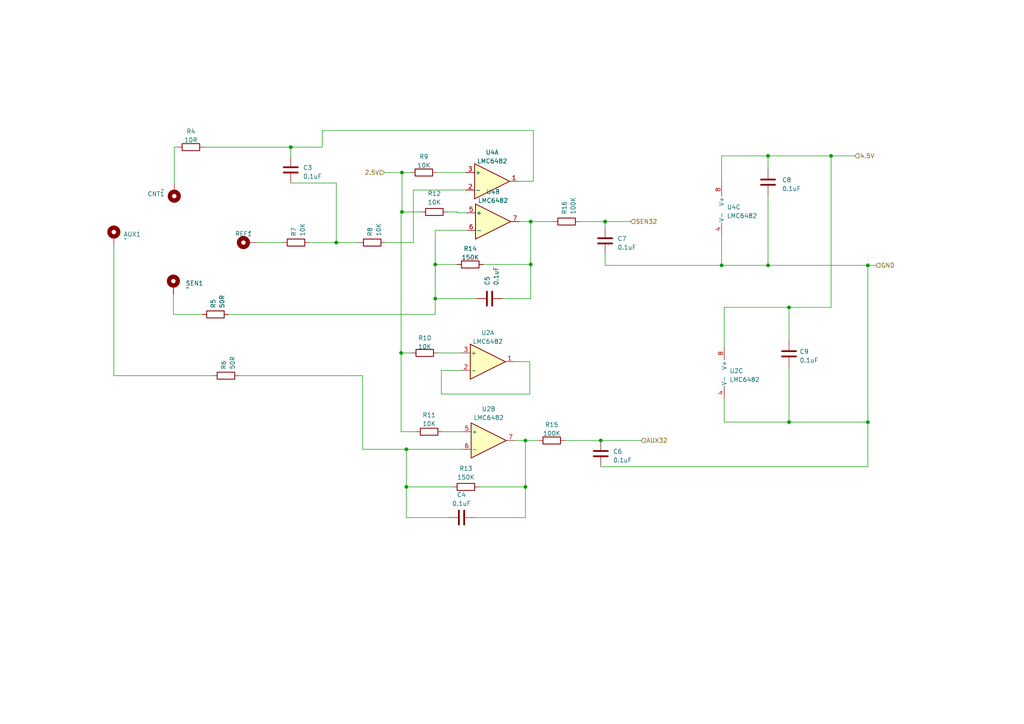
<source format=kicad_sch>
(kicad_sch (version 20230121) (generator eeschema)

  (uuid 9b4eaa4f-5f41-4835-8c67-aa3a71816cb6)

  (paper "A4")

  (lib_symbols
    (symbol "Amplifier_Operational:LMC6482" (pin_names (offset 0.127)) (in_bom yes) (on_board yes)
      (property "Reference" "U" (at 0 5.08 0)
        (effects (font (size 1.27 1.27)) (justify left))
      )
      (property "Value" "LMC6482" (at 0 -5.08 0)
        (effects (font (size 1.27 1.27)) (justify left))
      )
      (property "Footprint" "" (at 0 0 0)
        (effects (font (size 1.27 1.27)) hide)
      )
      (property "Datasheet" "http://www.ti.com/lit/ds/symlink/lmc6482.pdf" (at 0 0 0)
        (effects (font (size 1.27 1.27)) hide)
      )
      (property "ki_locked" "" (at 0 0 0)
        (effects (font (size 1.27 1.27)))
      )
      (property "ki_keywords" "dual opamp" (at 0 0 0)
        (effects (font (size 1.27 1.27)) hide)
      )
      (property "ki_description" "Dual CMOS Rail-to-Rail Input and Output Operational Amplifier, DIP-8/SOIC-8, SSOP-8" (at 0 0 0)
        (effects (font (size 1.27 1.27)) hide)
      )
      (property "ki_fp_filters" "SOIC*3.9x4.9mm*P1.27mm* DIP*W7.62mm* TO*99* OnSemi*Micro8* TSSOP*3x3mm*P0.65mm* TSSOP*4.4x3mm*P0.65mm* MSOP*3x3mm*P0.65mm* SSOP*3.9x4.9mm*P0.635mm* LFCSP*2x2mm*P0.5mm* *SIP* SOIC*5.3x6.2mm*P1.27mm*" (at 0 0 0)
        (effects (font (size 1.27 1.27)) hide)
      )
      (symbol "LMC6482_1_1"
        (polyline
          (pts
            (xy -5.08 5.08)
            (xy 5.08 0)
            (xy -5.08 -5.08)
            (xy -5.08 5.08)
          )
          (stroke (width 0.254) (type default))
          (fill (type background))
        )
        (pin output line (at 7.62 0 180) (length 2.54)
          (name "~" (effects (font (size 1.27 1.27))))
          (number "1" (effects (font (size 1.27 1.27))))
        )
        (pin input line (at -7.62 -2.54 0) (length 2.54)
          (name "-" (effects (font (size 1.27 1.27))))
          (number "2" (effects (font (size 1.27 1.27))))
        )
        (pin input line (at -7.62 2.54 0) (length 2.54)
          (name "+" (effects (font (size 1.27 1.27))))
          (number "3" (effects (font (size 1.27 1.27))))
        )
      )
      (symbol "LMC6482_2_1"
        (polyline
          (pts
            (xy -5.08 5.08)
            (xy 5.08 0)
            (xy -5.08 -5.08)
            (xy -5.08 5.08)
          )
          (stroke (width 0.254) (type default))
          (fill (type background))
        )
        (pin input line (at -7.62 2.54 0) (length 2.54)
          (name "+" (effects (font (size 1.27 1.27))))
          (number "5" (effects (font (size 1.27 1.27))))
        )
        (pin input line (at -7.62 -2.54 0) (length 2.54)
          (name "-" (effects (font (size 1.27 1.27))))
          (number "6" (effects (font (size 1.27 1.27))))
        )
        (pin output line (at 7.62 0 180) (length 2.54)
          (name "~" (effects (font (size 1.27 1.27))))
          (number "7" (effects (font (size 1.27 1.27))))
        )
      )
      (symbol "LMC6482_3_1"
        (pin power_in line (at -2.54 -7.62 90) (length 3.81)
          (name "V-" (effects (font (size 1.27 1.27))))
          (number "4" (effects (font (size 1.27 1.27))))
        )
        (pin power_in line (at -2.54 7.62 270) (length 3.81)
          (name "V+" (effects (font (size 1.27 1.27))))
          (number "8" (effects (font (size 1.27 1.27))))
        )
      )
    )
    (symbol "Device:C" (pin_numbers hide) (pin_names (offset 0.254)) (in_bom yes) (on_board yes)
      (property "Reference" "C" (at 0.635 2.54 0)
        (effects (font (size 1.27 1.27)) (justify left))
      )
      (property "Value" "C" (at 0.635 -2.54 0)
        (effects (font (size 1.27 1.27)) (justify left))
      )
      (property "Footprint" "" (at 0.9652 -3.81 0)
        (effects (font (size 1.27 1.27)) hide)
      )
      (property "Datasheet" "~" (at 0 0 0)
        (effects (font (size 1.27 1.27)) hide)
      )
      (property "ki_keywords" "cap capacitor" (at 0 0 0)
        (effects (font (size 1.27 1.27)) hide)
      )
      (property "ki_description" "Unpolarized capacitor" (at 0 0 0)
        (effects (font (size 1.27 1.27)) hide)
      )
      (property "ki_fp_filters" "C_*" (at 0 0 0)
        (effects (font (size 1.27 1.27)) hide)
      )
      (symbol "C_0_1"
        (polyline
          (pts
            (xy -2.032 -0.762)
            (xy 2.032 -0.762)
          )
          (stroke (width 0.508) (type default))
          (fill (type none))
        )
        (polyline
          (pts
            (xy -2.032 0.762)
            (xy 2.032 0.762)
          )
          (stroke (width 0.508) (type default))
          (fill (type none))
        )
      )
      (symbol "C_1_1"
        (pin passive line (at 0 3.81 270) (length 2.794)
          (name "~" (effects (font (size 1.27 1.27))))
          (number "1" (effects (font (size 1.27 1.27))))
        )
        (pin passive line (at 0 -3.81 90) (length 2.794)
          (name "~" (effects (font (size 1.27 1.27))))
          (number "2" (effects (font (size 1.27 1.27))))
        )
      )
    )
    (symbol "Device:R" (pin_numbers hide) (pin_names (offset 0)) (in_bom yes) (on_board yes)
      (property "Reference" "R" (at 2.032 0 90)
        (effects (font (size 1.27 1.27)))
      )
      (property "Value" "R" (at 0 0 90)
        (effects (font (size 1.27 1.27)))
      )
      (property "Footprint" "" (at -1.778 0 90)
        (effects (font (size 1.27 1.27)) hide)
      )
      (property "Datasheet" "~" (at 0 0 0)
        (effects (font (size 1.27 1.27)) hide)
      )
      (property "ki_keywords" "R res resistor" (at 0 0 0)
        (effects (font (size 1.27 1.27)) hide)
      )
      (property "ki_description" "Resistor" (at 0 0 0)
        (effects (font (size 1.27 1.27)) hide)
      )
      (property "ki_fp_filters" "R_*" (at 0 0 0)
        (effects (font (size 1.27 1.27)) hide)
      )
      (symbol "R_0_1"
        (rectangle (start -1.016 -2.54) (end 1.016 2.54)
          (stroke (width 0.254) (type default))
          (fill (type none))
        )
      )
      (symbol "R_1_1"
        (pin passive line (at 0 3.81 270) (length 1.27)
          (name "~" (effects (font (size 1.27 1.27))))
          (number "1" (effects (font (size 1.27 1.27))))
        )
        (pin passive line (at 0 -3.81 90) (length 1.27)
          (name "~" (effects (font (size 1.27 1.27))))
          (number "2" (effects (font (size 1.27 1.27))))
        )
      )
    )
    (symbol "Mechanical:MountingHole_Pad" (pin_numbers hide) (pin_names (offset 1.016) hide) (in_bom yes) (on_board yes)
      (property "Reference" "H" (at 0 6.35 0)
        (effects (font (size 1.27 1.27)))
      )
      (property "Value" "MountingHole_Pad" (at 0 4.445 0)
        (effects (font (size 1.27 1.27)))
      )
      (property "Footprint" "" (at 0 0 0)
        (effects (font (size 1.27 1.27)) hide)
      )
      (property "Datasheet" "~" (at 0 0 0)
        (effects (font (size 1.27 1.27)) hide)
      )
      (property "ki_keywords" "mounting hole" (at 0 0 0)
        (effects (font (size 1.27 1.27)) hide)
      )
      (property "ki_description" "Mounting Hole with connection" (at 0 0 0)
        (effects (font (size 1.27 1.27)) hide)
      )
      (property "ki_fp_filters" "MountingHole*Pad*" (at 0 0 0)
        (effects (font (size 1.27 1.27)) hide)
      )
      (symbol "MountingHole_Pad_0_1"
        (circle (center 0 1.27) (radius 1.27)
          (stroke (width 1.27) (type default))
          (fill (type none))
        )
      )
      (symbol "MountingHole_Pad_1_1"
        (pin input line (at 0 -2.54 90) (length 2.54)
          (name "1" (effects (font (size 1.27 1.27))))
          (number "1" (effects (font (size 1.27 1.27))))
        )
      )
    )
  )

  (junction (at 84.328 42.672) (diameter 0) (color 0 0 0 0)
    (uuid 0683575c-1a31-4369-b12e-a5f20898279f)
  )
  (junction (at 116.332 102.362) (diameter 0) (color 0 0 0 0)
    (uuid 19e18198-dc19-4a5a-a22b-b177dd69e9ea)
  )
  (junction (at 228.854 122.428) (diameter 0) (color 0 0 0 0)
    (uuid 27aef76c-7707-47c4-bc58-42cf96818820)
  )
  (junction (at 228.854 89.154) (diameter 0) (color 0 0 0 0)
    (uuid 2dabf3b6-8f98-410a-9c4f-ad401e875c06)
  )
  (junction (at 251.714 122.428) (diameter 0) (color 0 0 0 0)
    (uuid 3760b9d7-9630-4d5f-9a2a-4f1480b2985a)
  )
  (junction (at 126.238 86.614) (diameter 0) (color 0 0 0 0)
    (uuid 451fcebd-1523-43b6-a74e-187db3a1774c)
  )
  (junction (at 209.296 76.962) (diameter 0) (color 0 0 0 0)
    (uuid 4b89b889-a579-4576-b949-21461099880c)
  )
  (junction (at 222.758 76.962) (diameter 0) (color 0 0 0 0)
    (uuid 4df5d19d-8aaf-4618-baa1-f82f515a1c6a)
  )
  (junction (at 241.046 45.212) (diameter 0) (color 0 0 0 0)
    (uuid 5ff22374-f062-47d4-8918-9de1316c36b2)
  )
  (junction (at 175.514 64.262) (diameter 0) (color 0 0 0 0)
    (uuid 6367e6be-2132-461b-a706-8fee76d15d68)
  )
  (junction (at 117.856 130.302) (diameter 0) (color 0 0 0 0)
    (uuid 68b47de0-ec4e-481a-9a2c-ea7f923eaba1)
  )
  (junction (at 153.924 76.708) (diameter 0) (color 0 0 0 0)
    (uuid 8a9ff40b-c1a9-4a7d-84fd-21e057525909)
  )
  (junction (at 97.536 70.358) (diameter 0) (color 0 0 0 0)
    (uuid 9ce2df7c-e74f-4165-9b70-0004dbeabd58)
  )
  (junction (at 153.924 64.262) (diameter 0) (color 0 0 0 0)
    (uuid a6c38117-edce-4b0d-a814-bbf35798fe51)
  )
  (junction (at 152.4 141.224) (diameter 0) (color 0 0 0 0)
    (uuid b6a3169d-4608-40f0-9576-780c01e5875d)
  )
  (junction (at 126.238 76.708) (diameter 0) (color 0 0 0 0)
    (uuid c85fa075-c800-4810-a176-ac2d44915c8a)
  )
  (junction (at 117.856 141.224) (diameter 0) (color 0 0 0 0)
    (uuid d05a16f1-05b5-4dfa-9829-04200dc25260)
  )
  (junction (at 174.244 127.762) (diameter 0) (color 0 0 0 0)
    (uuid d6c7d5e4-067c-43a5-8cec-54de699f981e)
  )
  (junction (at 116.586 50.038) (diameter 0) (color 0 0 0 0)
    (uuid e17583a7-3e02-486c-b8c6-34b5f959b8fe)
  )
  (junction (at 251.714 76.962) (diameter 0) (color 0 0 0 0)
    (uuid e30405ee-3554-4801-990a-b8720047ad1c)
  )
  (junction (at 116.586 61.468) (diameter 0) (color 0 0 0 0)
    (uuid eae791ef-41c7-46a6-b297-61300ea90b6c)
  )
  (junction (at 152.4 127.762) (diameter 0) (color 0 0 0 0)
    (uuid ef4208f8-7a03-450e-bba4-18dabef16685)
  )
  (junction (at 222.758 45.212) (diameter 0) (color 0 0 0 0)
    (uuid f3bf7685-fc1f-4dc6-b810-c9b55ffd9889)
  )

  (wire (pts (xy 154.686 37.846) (xy 93.472 37.846))
    (stroke (width 0) (type default))
    (uuid 009df3f0-daa8-4250-85ce-588b740755a3)
  )
  (wire (pts (xy 126.238 86.614) (xy 138.176 86.614))
    (stroke (width 0) (type default))
    (uuid 01276a6b-2c41-438a-9f74-965612337635)
  )
  (wire (pts (xy 228.854 89.154) (xy 241.046 89.154))
    (stroke (width 0) (type default))
    (uuid 04bfe75f-901a-43b0-9b0e-a90338783f3c)
  )
  (wire (pts (xy 251.714 76.962) (xy 254 76.962))
    (stroke (width 0) (type default))
    (uuid 0af2eefe-f84a-4e4c-a46d-358c5d3c2d76)
  )
  (wire (pts (xy 84.328 42.672) (xy 84.328 45.466))
    (stroke (width 0) (type default))
    (uuid 0c14a5dd-8f50-4590-b659-fb2640bcbd4d)
  )
  (wire (pts (xy 163.83 127.762) (xy 174.244 127.762))
    (stroke (width 0) (type default))
    (uuid 1213c21b-968a-4f75-ab1f-7d406123c5bb)
  )
  (wire (pts (xy 50.292 91.186) (xy 58.674 91.186))
    (stroke (width 0) (type default))
    (uuid 1418c7cb-b1b9-4b95-ac7b-e7c016fca018)
  )
  (wire (pts (xy 132.588 61.722) (xy 135.382 61.722))
    (stroke (width 0) (type default))
    (uuid 1596e5b1-bfcf-407f-aaff-aa8caa78a605)
  )
  (wire (pts (xy 59.182 42.672) (xy 84.328 42.672))
    (stroke (width 0) (type default))
    (uuid 16796817-c976-44d3-8ea4-589be4451f32)
  )
  (wire (pts (xy 222.758 45.212) (xy 222.758 49.022))
    (stroke (width 0) (type default))
    (uuid 1c2c6101-3bde-41c3-a863-6ab2766ac7f0)
  )
  (wire (pts (xy 132.588 61.468) (xy 132.588 61.722))
    (stroke (width 0) (type default))
    (uuid 1de3ce92-547c-4ad7-b929-ed73d890c69b)
  )
  (wire (pts (xy 222.758 45.212) (xy 209.296 45.212))
    (stroke (width 0) (type default))
    (uuid 2124fe8b-0564-43da-b6bd-ebed92c664cd)
  )
  (wire (pts (xy 117.856 150.114) (xy 117.856 141.224))
    (stroke (width 0) (type default))
    (uuid 2309dbfb-dfb4-4122-9205-0b048bb31f0f)
  )
  (wire (pts (xy 116.586 61.468) (xy 116.586 50.038))
    (stroke (width 0) (type default))
    (uuid 30564872-d440-4633-89bd-9b3c0db4e061)
  )
  (wire (pts (xy 210.058 89.154) (xy 228.854 89.154))
    (stroke (width 0) (type default))
    (uuid 3320e5d4-6d93-4f91-8111-1a9d8ec26cd5)
  )
  (wire (pts (xy 145.796 86.614) (xy 153.924 86.614))
    (stroke (width 0) (type default))
    (uuid 33383bd3-60b1-4b5e-bdea-9ede6a94fd17)
  )
  (wire (pts (xy 50.292 85.344) (xy 50.292 91.186))
    (stroke (width 0) (type default))
    (uuid 34640679-2081-469c-bfee-78ac38500a68)
  )
  (wire (pts (xy 185.928 127.762) (xy 174.244 127.762))
    (stroke (width 0) (type default))
    (uuid 3477e3bc-d4a5-4277-96a9-62f1d558cfee)
  )
  (wire (pts (xy 97.536 70.358) (xy 104.14 70.358))
    (stroke (width 0) (type default))
    (uuid 3a231bd2-3cbf-47b3-b0ab-05bbe599e761)
  )
  (wire (pts (xy 153.924 64.262) (xy 153.924 76.708))
    (stroke (width 0) (type default))
    (uuid 3c342d6e-0ebd-4540-95a6-65a1b0dfb4f1)
  )
  (wire (pts (xy 152.4 141.224) (xy 152.4 127.762))
    (stroke (width 0) (type default))
    (uuid 3c48e6a2-102c-4702-85bc-8c2f16164299)
  )
  (wire (pts (xy 228.854 98.806) (xy 228.854 89.154))
    (stroke (width 0) (type default))
    (uuid 3e39dd12-7039-40a5-a058-322c28db3679)
  )
  (wire (pts (xy 89.662 70.358) (xy 97.536 70.358))
    (stroke (width 0) (type default))
    (uuid 47b5ef3b-2643-45b0-93c7-70e09791072d)
  )
  (wire (pts (xy 119.38 102.362) (xy 116.332 102.362))
    (stroke (width 0) (type default))
    (uuid 48438896-905f-498a-b267-4eb55382b4f4)
  )
  (wire (pts (xy 135.128 55.118) (xy 119.888 55.118))
    (stroke (width 0) (type default))
    (uuid 4e6dc47f-7727-440f-93ed-1a2dead02d7d)
  )
  (wire (pts (xy 174.244 135.382) (xy 251.714 135.382))
    (stroke (width 0) (type default))
    (uuid 4ec3317d-6253-462a-a18b-e21e674c6bf7)
  )
  (wire (pts (xy 251.714 135.382) (xy 251.714 122.428))
    (stroke (width 0) (type default))
    (uuid 4f0cf670-6321-4aa6-b653-00da44a60277)
  )
  (wire (pts (xy 150.368 52.578) (xy 154.686 52.578))
    (stroke (width 0) (type default))
    (uuid 50f2cca1-80d7-4082-9fc3-f590dd7cd57e)
  )
  (wire (pts (xy 153.924 64.262) (xy 150.622 64.262))
    (stroke (width 0) (type default))
    (uuid 522206e1-a137-4ed8-b2e5-68f0d3a932f3)
  )
  (wire (pts (xy 210.058 100.584) (xy 210.058 89.154))
    (stroke (width 0) (type default))
    (uuid 551bf105-3c26-445b-9408-9a9713550ca4)
  )
  (wire (pts (xy 152.4 127.762) (xy 156.21 127.762))
    (stroke (width 0) (type default))
    (uuid 556d8db0-33cd-462d-8bc6-e866fb63994b)
  )
  (wire (pts (xy 126.746 50.038) (xy 135.128 50.038))
    (stroke (width 0) (type default))
    (uuid 564f35fa-08d8-4523-9bce-aca1a3504894)
  )
  (wire (pts (xy 175.514 76.962) (xy 209.296 76.962))
    (stroke (width 0) (type default))
    (uuid 569e9a8b-e658-40fd-8fe2-f16aa9c8756f)
  )
  (wire (pts (xy 132.588 76.708) (xy 126.238 76.708))
    (stroke (width 0) (type default))
    (uuid 5973a089-6dda-40ff-a0d6-e7316a564112)
  )
  (wire (pts (xy 241.046 45.212) (xy 241.046 89.154))
    (stroke (width 0) (type default))
    (uuid 59d0faf1-4529-48a2-a14d-33fa7a812066)
  )
  (wire (pts (xy 122.174 61.468) (xy 116.586 61.468))
    (stroke (width 0) (type default))
    (uuid 5a9307f0-5d4d-4f67-902e-f0961f65a4d2)
  )
  (wire (pts (xy 33.02 108.966) (xy 61.722 108.966))
    (stroke (width 0) (type default))
    (uuid 5aa460e9-bc27-499e-9c9e-f2183ba194af)
  )
  (wire (pts (xy 128.016 114.3) (xy 128.016 107.442))
    (stroke (width 0) (type default))
    (uuid 5d9ddeab-34db-4da7-af88-e2c063b4c7ec)
  )
  (wire (pts (xy 140.208 76.708) (xy 153.924 76.708))
    (stroke (width 0) (type default))
    (uuid 5f88f828-f037-4e3f-a84b-f400605021bf)
  )
  (wire (pts (xy 117.856 130.302) (xy 134.112 130.302))
    (stroke (width 0) (type default))
    (uuid 65929abc-8fc1-4135-b22b-5fa18e90dfc3)
  )
  (wire (pts (xy 120.65 125.222) (xy 116.332 125.222))
    (stroke (width 0) (type default))
    (uuid 671eb8ac-7744-441b-aa75-d125431794c6)
  )
  (wire (pts (xy 210.058 122.428) (xy 228.854 122.428))
    (stroke (width 0) (type default))
    (uuid 67a216e1-a37a-40f0-a3ec-4976a899be9d)
  )
  (wire (pts (xy 131.318 141.224) (xy 117.856 141.224))
    (stroke (width 0) (type default))
    (uuid 690ca8ae-76da-4d24-b125-080f92bc5363)
  )
  (wire (pts (xy 69.342 108.966) (xy 105.156 108.966))
    (stroke (width 0) (type default))
    (uuid 6c293d6c-9110-4375-8d92-c2d231a0ed8e)
  )
  (wire (pts (xy 209.296 45.212) (xy 209.296 53.086))
    (stroke (width 0) (type default))
    (uuid 6e008293-a9dd-455a-9147-f30b12b12de6)
  )
  (wire (pts (xy 128.27 125.222) (xy 134.112 125.222))
    (stroke (width 0) (type default))
    (uuid 6e87f4be-def5-48f1-bc5f-cdd3d260f48d)
  )
  (wire (pts (xy 160.528 64.262) (xy 153.924 64.262))
    (stroke (width 0) (type default))
    (uuid 6ee119f0-8cc1-4ff4-8669-08a0bfa72f86)
  )
  (wire (pts (xy 117.856 141.224) (xy 117.856 130.302))
    (stroke (width 0) (type default))
    (uuid 6f5d83b7-60f1-49ec-95f9-095b2f3aa4fe)
  )
  (wire (pts (xy 138.938 141.224) (xy 152.4 141.224))
    (stroke (width 0) (type default))
    (uuid 7362c136-1f41-4923-bd66-772c3c0a9185)
  )
  (wire (pts (xy 50.546 42.672) (xy 51.562 42.672))
    (stroke (width 0) (type default))
    (uuid 7553bffa-7d93-40d4-a250-9427eb598774)
  )
  (wire (pts (xy 247.904 45.212) (xy 241.046 45.212))
    (stroke (width 0) (type default))
    (uuid 774874cc-f9e1-42b8-a9c6-114f0fd6cbe6)
  )
  (wire (pts (xy 119.888 70.358) (xy 111.76 70.358))
    (stroke (width 0) (type default))
    (uuid 788388ac-60b9-4ed0-a539-6d9f4d8c4b5a)
  )
  (wire (pts (xy 97.536 53.086) (xy 97.536 70.358))
    (stroke (width 0) (type default))
    (uuid 790449a7-a078-45f6-97dc-a609ccc2082d)
  )
  (wire (pts (xy 126.238 66.802) (xy 126.238 76.708))
    (stroke (width 0) (type default))
    (uuid 88afd606-8ca3-4095-998c-592737c5d797)
  )
  (wire (pts (xy 50.546 42.672) (xy 50.546 53.086))
    (stroke (width 0) (type default))
    (uuid 8f01bf71-2eef-480f-a186-68f64105ea7f)
  )
  (wire (pts (xy 126.238 76.708) (xy 126.238 86.614))
    (stroke (width 0) (type default))
    (uuid 91467b3d-5e78-4c56-a44a-191783dc0a29)
  )
  (wire (pts (xy 209.296 76.962) (xy 209.296 68.326))
    (stroke (width 0) (type default))
    (uuid 9178d3dd-4cf0-4ba7-9827-1a656dc83844)
  )
  (wire (pts (xy 128.016 107.442) (xy 133.858 107.442))
    (stroke (width 0) (type default))
    (uuid 93710156-2edb-458b-9f05-4e582ae1e9ab)
  )
  (wire (pts (xy 153.67 104.902) (xy 153.67 114.3))
    (stroke (width 0) (type default))
    (uuid 9436feeb-f84b-4190-b024-cadee5f67e5d)
  )
  (wire (pts (xy 175.514 73.66) (xy 175.514 76.962))
    (stroke (width 0) (type default))
    (uuid 94663120-3e3f-4622-9fe9-b09a9c6b2656)
  )
  (wire (pts (xy 154.686 52.578) (xy 154.686 37.846))
    (stroke (width 0) (type default))
    (uuid 97bd5a19-a424-498a-8336-2ecb63b066f8)
  )
  (wire (pts (xy 130.048 150.114) (xy 117.856 150.114))
    (stroke (width 0) (type default))
    (uuid 98d87120-c378-476e-8075-2746ccb9df47)
  )
  (wire (pts (xy 210.058 115.824) (xy 210.058 122.428))
    (stroke (width 0) (type default))
    (uuid 9c9f4466-73ea-44ef-80bb-7a11f45a32c6)
  )
  (wire (pts (xy 228.854 106.426) (xy 228.854 122.428))
    (stroke (width 0) (type default))
    (uuid a0d787c9-b4b8-4440-9d9e-98557bb1526f)
  )
  (wire (pts (xy 152.4 150.114) (xy 152.4 141.224))
    (stroke (width 0) (type default))
    (uuid a14e9b4f-becf-4f1b-ae85-f5a012631cd4)
  )
  (wire (pts (xy 116.332 125.222) (xy 116.332 102.362))
    (stroke (width 0) (type default))
    (uuid a387712a-877b-4053-ba98-195f4162577a)
  )
  (wire (pts (xy 105.156 130.302) (xy 117.856 130.302))
    (stroke (width 0) (type default))
    (uuid a9c8d428-599e-41a8-b3b3-69bbba31503c)
  )
  (wire (pts (xy 33.02 71.12) (xy 33.02 108.966))
    (stroke (width 0) (type default))
    (uuid ad142134-29ca-416c-b84c-86208be524f0)
  )
  (wire (pts (xy 105.156 108.966) (xy 105.156 130.302))
    (stroke (width 0) (type default))
    (uuid af2b9df7-2114-47f5-a076-8079e4aa23d9)
  )
  (wire (pts (xy 153.924 86.614) (xy 153.924 76.708))
    (stroke (width 0) (type default))
    (uuid af5a5ea8-023f-4703-825e-cae506dcf3c3)
  )
  (wire (pts (xy 126.238 66.802) (xy 135.382 66.802))
    (stroke (width 0) (type default))
    (uuid af7e33e1-64ba-442d-b24f-4aaf2bb2af79)
  )
  (wire (pts (xy 74.422 70.358) (xy 82.042 70.358))
    (stroke (width 0) (type default))
    (uuid b21d55bd-83dd-488e-906d-b5cf1044204b)
  )
  (wire (pts (xy 127 102.362) (xy 133.858 102.362))
    (stroke (width 0) (type default))
    (uuid b2b20d94-70f0-4424-86ea-88116be4f761)
  )
  (wire (pts (xy 209.296 76.962) (xy 222.758 76.962))
    (stroke (width 0) (type default))
    (uuid b34e07cc-a8e2-457d-b31a-aef38d511605)
  )
  (wire (pts (xy 126.238 86.614) (xy 126.238 91.186))
    (stroke (width 0) (type default))
    (uuid b5105e58-ae6a-4a71-be6c-27bc6db489c9)
  )
  (wire (pts (xy 149.098 104.902) (xy 153.67 104.902))
    (stroke (width 0) (type default))
    (uuid b560747d-7229-4d25-93aa-6e53b05ae446)
  )
  (wire (pts (xy 93.472 42.672) (xy 84.328 42.672))
    (stroke (width 0) (type default))
    (uuid ba30ec3e-591e-4738-8eab-c92ae3d6ee37)
  )
  (wire (pts (xy 153.67 114.3) (xy 128.016 114.3))
    (stroke (width 0) (type default))
    (uuid c2a10056-3b5b-46d8-8610-756aab34aa6a)
  )
  (wire (pts (xy 222.758 76.962) (xy 251.714 76.962))
    (stroke (width 0) (type default))
    (uuid c2d607d7-1ecb-4038-8984-2545ada847ff)
  )
  (wire (pts (xy 228.854 122.428) (xy 251.714 122.428))
    (stroke (width 0) (type default))
    (uuid c2eeaae6-19dd-4b7b-b138-74e23ac7d951)
  )
  (wire (pts (xy 116.332 61.468) (xy 116.586 61.468))
    (stroke (width 0) (type default))
    (uuid c60cc9a7-ae8f-4ccb-b54a-28e529ccb94c)
  )
  (wire (pts (xy 116.586 50.038) (xy 119.126 50.038))
    (stroke (width 0) (type default))
    (uuid c9f41214-b9e2-4f3a-b2aa-8e3a4b110295)
  )
  (wire (pts (xy 93.472 37.846) (xy 93.472 42.672))
    (stroke (width 0) (type default))
    (uuid cbdadd69-9a6c-4780-bfcc-b138ceeb9294)
  )
  (wire (pts (xy 116.332 61.468) (xy 116.332 102.362))
    (stroke (width 0) (type default))
    (uuid cc9dda36-a44f-4b03-aea6-e8aa1464922a)
  )
  (wire (pts (xy 129.794 61.468) (xy 132.588 61.468))
    (stroke (width 0) (type default))
    (uuid ce2d052e-1118-44c2-8322-82c2cbf04859)
  )
  (wire (pts (xy 111.506 50.038) (xy 116.586 50.038))
    (stroke (width 0) (type default))
    (uuid d966ae67-4e51-4119-a16f-80e6d965c710)
  )
  (wire (pts (xy 119.888 55.118) (xy 119.888 70.358))
    (stroke (width 0) (type default))
    (uuid e3bdc5ff-9c5c-4eba-a4f2-8be64b700ddc)
  )
  (wire (pts (xy 149.352 127.762) (xy 152.4 127.762))
    (stroke (width 0) (type default))
    (uuid e7124798-4063-49d2-ada6-2cf74e626de3)
  )
  (wire (pts (xy 175.514 64.262) (xy 175.514 66.04))
    (stroke (width 0) (type default))
    (uuid e8d0fa09-7468-428a-b137-3f5dbcfdcbce)
  )
  (wire (pts (xy 84.328 53.086) (xy 97.536 53.086))
    (stroke (width 0) (type default))
    (uuid ea30424d-d276-4eeb-95bb-05d7679cead7)
  )
  (wire (pts (xy 66.294 91.186) (xy 126.238 91.186))
    (stroke (width 0) (type default))
    (uuid ee9db922-e857-4ed9-a793-4af981da6613)
  )
  (wire (pts (xy 222.758 56.642) (xy 222.758 76.962))
    (stroke (width 0) (type default))
    (uuid ef82afb3-801c-47ca-bb3a-f39b8eb1a251)
  )
  (wire (pts (xy 182.88 64.262) (xy 175.514 64.262))
    (stroke (width 0) (type default))
    (uuid f1cb666a-9c8b-463d-b89b-14d7b014cd42)
  )
  (wire (pts (xy 251.714 122.428) (xy 251.714 76.962))
    (stroke (width 0) (type default))
    (uuid f4084997-7f34-42f4-aae6-1624b1bff28f)
  )
  (wire (pts (xy 241.046 45.212) (xy 222.758 45.212))
    (stroke (width 0) (type default))
    (uuid f48cb476-021a-4880-9d78-4d3e825fb050)
  )
  (wire (pts (xy 168.148 64.262) (xy 175.514 64.262))
    (stroke (width 0) (type default))
    (uuid f6db1782-0729-4d6e-9dfa-fa1e12d962e6)
  )
  (wire (pts (xy 137.668 150.114) (xy 152.4 150.114))
    (stroke (width 0) (type default))
    (uuid fce7fb9d-ee3d-4afa-a558-afdcdb32d00f)
  )

  (hierarchical_label "2.5V" (shape input) (at 111.506 50.038 180) (fields_autoplaced)
    (effects (font (size 1.27 1.27)) (justify right))
    (uuid 3b15ab49-999e-4360-93b6-12a8d2e26b9d)
  )
  (hierarchical_label "AUX32" (shape input) (at 185.928 127.762 0) (fields_autoplaced)
    (effects (font (size 1.27 1.27)) (justify left))
    (uuid 3c7c42bc-1621-4627-981c-ac048779b817)
  )
  (hierarchical_label "GND" (shape input) (at 254 76.962 0) (fields_autoplaced)
    (effects (font (size 1.27 1.27)) (justify left))
    (uuid 45b3c815-424b-4abc-a857-5f7b84817294)
  )
  (hierarchical_label "4.5V" (shape input) (at 247.904 45.212 0) (fields_autoplaced)
    (effects (font (size 1.27 1.27)) (justify left))
    (uuid c04bb2b8-bfb1-4068-a280-fd464bc32639)
  )
  (hierarchical_label "SEN32" (shape input) (at 182.88 64.262 0) (fields_autoplaced)
    (effects (font (size 1.27 1.27)) (justify left))
    (uuid d2357dbc-d002-43dc-bb26-e2f08cb5af9a)
  )

  (symbol (lib_id "Device:R") (at 62.484 91.186 90) (unit 1)
    (in_bom yes) (on_board yes) (dnp no)
    (uuid 0f44a8b7-e5fe-4463-8404-1ac5ef1b1ce1)
    (property "Reference" "R5" (at 61.849 89.408 0)
      (effects (font (size 1.27 1.27)) (justify left))
    )
    (property "Value" "50R" (at 64.389 89.408 0)
      (effects (font (size 1.27 1.27)) (justify left))
    )
    (property "Footprint" "Resistor_SMD:R_0402_1005Metric" (at 62.484 92.964 90)
      (effects (font (size 1.27 1.27)) hide)
    )
    (property "Datasheet" "~" (at 62.484 91.186 0)
      (effects (font (size 1.27 1.27)) hide)
    )
    (pin "1" (uuid ed399098-37d9-41e1-a6b8-9957424f2898))
    (pin "2" (uuid d4c6a32d-5ab4-40c3-ba08-d9c3415c3f15))
    (instances
      (project "Air quality project"
        (path "/67b6672b-0c15-41a5-a844-17aa721018b8/e2c83066-cae4-4a4f-a05c-59cf4d457446"
          (reference "R5") (unit 1)
        )
        (path "/67b6672b-0c15-41a5-a844-17aa721018b8/be65ffb6-5f15-4847-ab99-a8924076e9fe"
          (reference "R24") (unit 1)
        )
        (path "/67b6672b-0c15-41a5-a844-17aa721018b8/b4bf3931-12c0-4670-a6bf-5df5ef692000"
          (reference "R382") (unit 1)
        )
      )
    )
  )

  (symbol (lib_id "Mechanical:MountingHole_Pad") (at 50.546 55.626 180) (unit 1)
    (in_bom yes) (on_board yes) (dnp no)
    (uuid 0feaa50c-23de-43bd-92b2-a8630b358267)
    (property "Reference" "CNT1" (at 47.752 56.261 0)
      (effects (font (size 1.27 1.27)) (justify left))
    )
    (property "Value" "~" (at 47.752 54.991 0)
      (effects (font (size 1.27 1.27)) (justify left))
    )
    (property "Footprint" "MountingHole:MountingHole_2.7mm_Pad" (at 50.546 55.626 0)
      (effects (font (size 1.27 1.27)) hide)
    )
    (property "Datasheet" "~" (at 50.546 55.626 0)
      (effects (font (size 1.27 1.27)) hide)
    )
    (pin "1" (uuid df990624-7d08-44a9-84d5-cb5307d2e878))
    (instances
      (project "Air quality project"
        (path "/67b6672b-0c15-41a5-a844-17aa721018b8/e2c83066-cae4-4a4f-a05c-59cf4d457446"
          (reference "CNT1") (unit 1)
        )
        (path "/67b6672b-0c15-41a5-a844-17aa721018b8/be65ffb6-5f15-4847-ab99-a8924076e9fe"
          (reference "CNT2") (unit 1)
        )
        (path "/67b6672b-0c15-41a5-a844-17aa721018b8/b4bf3931-12c0-4670-a6bf-5df5ef692000"
          (reference "CNT32") (unit 1)
        )
      )
    )
  )

  (symbol (lib_id "Device:R") (at 123.19 102.362 90) (unit 1)
    (in_bom yes) (on_board yes) (dnp no) (fields_autoplaced)
    (uuid 127d7e33-dcb8-4624-b3f5-65c04320f7ce)
    (property "Reference" "R10" (at 123.19 98.044 90)
      (effects (font (size 1.27 1.27)))
    )
    (property "Value" "10K" (at 123.19 100.584 90)
      (effects (font (size 1.27 1.27)))
    )
    (property "Footprint" "Resistor_SMD:R_0402_1005Metric" (at 123.19 104.14 90)
      (effects (font (size 1.27 1.27)) hide)
    )
    (property "Datasheet" "~" (at 123.19 102.362 0)
      (effects (font (size 1.27 1.27)) hide)
    )
    (pin "1" (uuid acb72005-6644-4704-840b-aaa6dcb8040a))
    (pin "2" (uuid 8947cfd3-0d86-4dca-9a0c-911e0befd81f))
    (instances
      (project "Air quality project"
        (path "/67b6672b-0c15-41a5-a844-17aa721018b8/e2c83066-cae4-4a4f-a05c-59cf4d457446"
          (reference "R10") (unit 1)
        )
        (path "/67b6672b-0c15-41a5-a844-17aa721018b8/be65ffb6-5f15-4847-ab99-a8924076e9fe"
          (reference "R49") (unit 1)
        )
        (path "/67b6672b-0c15-41a5-a844-17aa721018b8/b4bf3931-12c0-4670-a6bf-5df5ef692000"
          (reference "R400") (unit 1)
        )
      )
    )
  )

  (symbol (lib_id "Device:C") (at 222.758 52.832 0) (unit 1)
    (in_bom yes) (on_board yes) (dnp no) (fields_autoplaced)
    (uuid 155bb7f0-5b91-4cdf-9b03-9d6cd1bb7ff1)
    (property "Reference" "C8" (at 226.822 52.197 0)
      (effects (font (size 1.27 1.27)) (justify left))
    )
    (property "Value" "0.1uF" (at 226.822 54.737 0)
      (effects (font (size 1.27 1.27)) (justify left))
    )
    (property "Footprint" "Capacitor_SMD:C_0402_1005Metric" (at 223.7232 56.642 0)
      (effects (font (size 1.27 1.27)) hide)
    )
    (property "Datasheet" "~" (at 222.758 52.832 0)
      (effects (font (size 1.27 1.27)) hide)
    )
    (pin "1" (uuid 409db8c1-42bb-41ee-b157-7ba3aeaaa709))
    (pin "2" (uuid 090d4338-b901-45ba-9772-55953344c108))
    (instances
      (project "Air quality project"
        (path "/67b6672b-0c15-41a5-a844-17aa721018b8/e2c83066-cae4-4a4f-a05c-59cf4d457446"
          (reference "C8") (unit 1)
        )
        (path "/67b6672b-0c15-41a5-a844-17aa721018b8/be65ffb6-5f15-4847-ab99-a8924076e9fe"
          (reference "C38") (unit 1)
        )
        (path "/67b6672b-0c15-41a5-a844-17aa721018b8/b4bf3931-12c0-4670-a6bf-5df5ef692000"
          (reference "C218") (unit 1)
        )
      )
    )
  )

  (symbol (lib_id "Device:C") (at 84.328 49.276 0) (unit 1)
    (in_bom yes) (on_board yes) (dnp no) (fields_autoplaced)
    (uuid 21e983d2-0bb6-4f32-b869-e993711b9801)
    (property "Reference" "C3" (at 87.884 48.641 0)
      (effects (font (size 1.27 1.27)) (justify left))
    )
    (property "Value" "0.1uF" (at 87.884 51.181 0)
      (effects (font (size 1.27 1.27)) (justify left))
    )
    (property "Footprint" "Capacitor_SMD:C_0402_1005Metric" (at 85.2932 53.086 0)
      (effects (font (size 1.27 1.27)) hide)
    )
    (property "Datasheet" "~" (at 84.328 49.276 0)
      (effects (font (size 1.27 1.27)) hide)
    )
    (pin "1" (uuid 439c426f-7fbb-406b-bed1-359cb4479908))
    (pin "2" (uuid 4354badb-465a-41f4-91fe-abad5934e76b))
    (instances
      (project "Air quality project"
        (path "/67b6672b-0c15-41a5-a844-17aa721018b8/e2c83066-cae4-4a4f-a05c-59cf4d457446"
          (reference "C3") (unit 1)
        )
        (path "/67b6672b-0c15-41a5-a844-17aa721018b8/be65ffb6-5f15-4847-ab99-a8924076e9fe"
          (reference "C13") (unit 1)
        )
        (path "/67b6672b-0c15-41a5-a844-17aa721018b8/b4bf3931-12c0-4670-a6bf-5df5ef692000"
          (reference "C206") (unit 1)
        )
      )
    )
  )

  (symbol (lib_id "Device:R") (at 135.128 141.224 90) (unit 1)
    (in_bom yes) (on_board yes) (dnp no) (fields_autoplaced)
    (uuid 28b00eab-7d36-40e7-ab8f-98d561c7c1e7)
    (property "Reference" "R13" (at 135.128 135.89 90)
      (effects (font (size 1.27 1.27)))
    )
    (property "Value" "150K" (at 135.128 138.43 90)
      (effects (font (size 1.27 1.27)))
    )
    (property "Footprint" "Resistor_SMD:R_0402_1005Metric" (at 135.128 143.002 90)
      (effects (font (size 1.27 1.27)) hide)
    )
    (property "Datasheet" "~" (at 135.128 141.224 0)
      (effects (font (size 1.27 1.27)) hide)
    )
    (pin "1" (uuid 3021d2bd-9e17-4613-a608-43107a1cfe09))
    (pin "2" (uuid 777eef36-28ab-4f7f-a519-eef843b35f93))
    (instances
      (project "Air quality project"
        (path "/67b6672b-0c15-41a5-a844-17aa721018b8/e2c83066-cae4-4a4f-a05c-59cf4d457446"
          (reference "R13") (unit 1)
        )
        (path "/67b6672b-0c15-41a5-a844-17aa721018b8/be65ffb6-5f15-4847-ab99-a8924076e9fe"
          (reference "R64") (unit 1)
        )
        (path "/67b6672b-0c15-41a5-a844-17aa721018b8/b4bf3931-12c0-4670-a6bf-5df5ef692000"
          (reference "R403") (unit 1)
        )
      )
    )
  )

  (symbol (lib_id "Amplifier_Operational:LMC6482") (at 141.478 104.902 0) (unit 1)
    (in_bom yes) (on_board yes) (dnp no)
    (uuid 2a53d3af-c632-48e3-96a3-a66a3a0c42a5)
    (property "Reference" "U2" (at 141.478 96.52 0)
      (effects (font (size 1.27 1.27)))
    )
    (property "Value" "LMC6482" (at 141.478 99.06 0)
      (effects (font (size 1.27 1.27)))
    )
    (property "Footprint" "Package_SO:SOIC-8_3.9x4.9mm_P1.27mm" (at 141.478 104.902 0)
      (effects (font (size 1.27 1.27)) hide)
    )
    (property "Datasheet" "http://www.ti.com/lit/ds/symlink/lmc6482.pdf" (at 141.478 104.902 0)
      (effects (font (size 1.27 1.27)) hide)
    )
    (pin "1" (uuid 8d24d072-ed1b-49c0-bf21-cd4f04942bb5))
    (pin "2" (uuid 32c957d9-fdb2-42c0-8b19-98ae1a19bfe2))
    (pin "3" (uuid f04bfbda-0635-45e9-b3cc-309461a06e79))
    (pin "5" (uuid dbf6e14b-09ff-4cc6-88a0-9ada57742af2))
    (pin "6" (uuid a9d3e155-a0a5-48b8-ad01-270b6effe986))
    (pin "7" (uuid 2e38fee3-7d8c-47f0-a6b9-2671227758c9))
    (pin "4" (uuid bdd0d834-8db6-499c-a508-90c2f596f30f))
    (pin "8" (uuid 0ce173b8-05bf-4229-84be-a731b2d379af))
    (instances
      (project "Air quality project"
        (path "/67b6672b-0c15-41a5-a844-17aa721018b8/e2c83066-cae4-4a4f-a05c-59cf4d457446"
          (reference "U2") (unit 1)
        )
        (path "/67b6672b-0c15-41a5-a844-17aa721018b8/be65ffb6-5f15-4847-ab99-a8924076e9fe"
          (reference "U8") (unit 1)
        )
        (path "/67b6672b-0c15-41a5-a844-17aa721018b8/b4bf3931-12c0-4670-a6bf-5df5ef692000"
          (reference "U61") (unit 1)
        )
      )
    )
  )

  (symbol (lib_id "Device:R") (at 124.46 125.222 90) (unit 1)
    (in_bom yes) (on_board yes) (dnp no) (fields_autoplaced)
    (uuid 41c71f10-c87a-4a74-b691-ffd14a098163)
    (property "Reference" "R11" (at 124.46 120.396 90)
      (effects (font (size 1.27 1.27)))
    )
    (property "Value" "10K" (at 124.46 122.936 90)
      (effects (font (size 1.27 1.27)))
    )
    (property "Footprint" "Resistor_SMD:R_0402_1005Metric" (at 124.46 127 90)
      (effects (font (size 1.27 1.27)) hide)
    )
    (property "Datasheet" "~" (at 124.46 125.222 0)
      (effects (font (size 1.27 1.27)) hide)
    )
    (pin "1" (uuid a4ad7e2e-f9f0-4fe4-9a1f-8806a1529b29))
    (pin "2" (uuid d781ee13-01bd-4e67-9023-deb7da8c99db))
    (instances
      (project "Air quality project"
        (path "/67b6672b-0c15-41a5-a844-17aa721018b8/e2c83066-cae4-4a4f-a05c-59cf4d457446"
          (reference "R11") (unit 1)
        )
        (path "/67b6672b-0c15-41a5-a844-17aa721018b8/be65ffb6-5f15-4847-ab99-a8924076e9fe"
          (reference "R54") (unit 1)
        )
        (path "/67b6672b-0c15-41a5-a844-17aa721018b8/b4bf3931-12c0-4670-a6bf-5df5ef692000"
          (reference "R401") (unit 1)
        )
      )
    )
  )

  (symbol (lib_id "Device:C") (at 133.858 150.114 90) (unit 1)
    (in_bom yes) (on_board yes) (dnp no) (fields_autoplaced)
    (uuid 4292477c-e3e9-4cf4-9390-005e4c6bd404)
    (property "Reference" "C4" (at 133.858 143.51 90)
      (effects (font (size 1.27 1.27)))
    )
    (property "Value" "0.1uF" (at 133.858 146.05 90)
      (effects (font (size 1.27 1.27)))
    )
    (property "Footprint" "Capacitor_SMD:C_0402_1005Metric" (at 137.668 149.1488 0)
      (effects (font (size 1.27 1.27)) hide)
    )
    (property "Datasheet" "~" (at 133.858 150.114 0)
      (effects (font (size 1.27 1.27)) hide)
    )
    (pin "1" (uuid 2ab13312-1c68-46d5-bafb-3e7e2eaaa6c5))
    (pin "2" (uuid c1c41193-72d1-409f-930e-ee2c756db7a8))
    (instances
      (project "Air quality project"
        (path "/67b6672b-0c15-41a5-a844-17aa721018b8/e2c83066-cae4-4a4f-a05c-59cf4d457446"
          (reference "C4") (unit 1)
        )
        (path "/67b6672b-0c15-41a5-a844-17aa721018b8/be65ffb6-5f15-4847-ab99-a8924076e9fe"
          (reference "C34") (unit 1)
        )
        (path "/67b6672b-0c15-41a5-a844-17aa721018b8/b4bf3931-12c0-4670-a6bf-5df5ef692000"
          (reference "C207") (unit 1)
        )
      )
    )
  )

  (symbol (lib_id "Device:R") (at 164.338 64.262 90) (unit 1)
    (in_bom yes) (on_board yes) (dnp no)
    (uuid 59e94cbf-b82f-4ad7-a7fc-a5a3a790d310)
    (property "Reference" "R16" (at 163.703 62.23 0)
      (effects (font (size 1.27 1.27)) (justify left))
    )
    (property "Value" "100K" (at 166.243 62.23 0)
      (effects (font (size 1.27 1.27)) (justify left))
    )
    (property "Footprint" "Resistor_SMD:R_0402_1005Metric" (at 164.338 66.04 90)
      (effects (font (size 1.27 1.27)) hide)
    )
    (property "Datasheet" "~" (at 164.338 64.262 0)
      (effects (font (size 1.27 1.27)) hide)
    )
    (pin "1" (uuid c61cc4b1-e87f-4242-a43c-95236cee4d97))
    (pin "2" (uuid 4a6caa3d-d1ac-4d7f-a343-638a354fa8fe))
    (instances
      (project "Air quality project"
        (path "/67b6672b-0c15-41a5-a844-17aa721018b8/e2c83066-cae4-4a4f-a05c-59cf4d457446"
          (reference "R16") (unit 1)
        )
        (path "/67b6672b-0c15-41a5-a844-17aa721018b8/be65ffb6-5f15-4847-ab99-a8924076e9fe"
          (reference "R71") (unit 1)
        )
        (path "/67b6672b-0c15-41a5-a844-17aa721018b8/b4bf3931-12c0-4670-a6bf-5df5ef692000"
          (reference "R406") (unit 1)
        )
      )
    )
  )

  (symbol (lib_id "Device:C") (at 228.854 102.616 0) (unit 1)
    (in_bom yes) (on_board yes) (dnp no)
    (uuid 5c272a3a-35c4-46cf-922f-6a3072b9dbc4)
    (property "Reference" "C9" (at 231.902 101.981 0)
      (effects (font (size 1.27 1.27)) (justify left))
    )
    (property "Value" "0.1uF" (at 231.902 104.521 0)
      (effects (font (size 1.27 1.27)) (justify left))
    )
    (property "Footprint" "Capacitor_SMD:C_0402_1005Metric" (at 229.8192 106.426 0)
      (effects (font (size 1.27 1.27)) hide)
    )
    (property "Datasheet" "~" (at 228.854 102.616 0)
      (effects (font (size 1.27 1.27)) hide)
    )
    (pin "1" (uuid d4d5be3d-c5fb-454a-99d1-d5d53a457be3))
    (pin "2" (uuid 4455a9bc-b291-4381-97cf-ac060f85494e))
    (instances
      (project "Air quality project"
        (path "/67b6672b-0c15-41a5-a844-17aa721018b8/e2c83066-cae4-4a4f-a05c-59cf4d457446"
          (reference "C9") (unit 1)
        )
        (path "/67b6672b-0c15-41a5-a844-17aa721018b8/be65ffb6-5f15-4847-ab99-a8924076e9fe"
          (reference "C39") (unit 1)
        )
        (path "/67b6672b-0c15-41a5-a844-17aa721018b8/b4bf3931-12c0-4670-a6bf-5df5ef692000"
          (reference "C219") (unit 1)
        )
      )
    )
  )

  (symbol (lib_id "Device:R") (at 125.984 61.468 90) (unit 1)
    (in_bom yes) (on_board yes) (dnp no) (fields_autoplaced)
    (uuid 66fd3d6f-e0ff-4436-b489-a30ec63ae77e)
    (property "Reference" "R12" (at 125.984 56.134 90)
      (effects (font (size 1.27 1.27)))
    )
    (property "Value" "10K" (at 125.984 58.674 90)
      (effects (font (size 1.27 1.27)))
    )
    (property "Footprint" "Resistor_SMD:R_0402_1005Metric" (at 125.984 63.246 90)
      (effects (font (size 1.27 1.27)) hide)
    )
    (property "Datasheet" "~" (at 125.984 61.468 0)
      (effects (font (size 1.27 1.27)) hide)
    )
    (pin "1" (uuid 837b0dbb-f6c5-4d94-958d-ee79126f3aa5))
    (pin "2" (uuid 383b3c93-2a8a-4773-9371-ab0a493435fd))
    (instances
      (project "Air quality project"
        (path "/67b6672b-0c15-41a5-a844-17aa721018b8/e2c83066-cae4-4a4f-a05c-59cf4d457446"
          (reference "R12") (unit 1)
        )
        (path "/67b6672b-0c15-41a5-a844-17aa721018b8/be65ffb6-5f15-4847-ab99-a8924076e9fe"
          (reference "R59") (unit 1)
        )
        (path "/67b6672b-0c15-41a5-a844-17aa721018b8/b4bf3931-12c0-4670-a6bf-5df5ef692000"
          (reference "R402") (unit 1)
        )
      )
    )
  )

  (symbol (lib_id "Device:C") (at 174.244 131.572 0) (unit 1)
    (in_bom yes) (on_board yes) (dnp no) (fields_autoplaced)
    (uuid 70266970-dc1c-46ef-b61f-bb622b7189cd)
    (property "Reference" "C6" (at 177.8 130.937 0)
      (effects (font (size 1.27 1.27)) (justify left))
    )
    (property "Value" "0.1uF" (at 177.8 133.477 0)
      (effects (font (size 1.27 1.27)) (justify left))
    )
    (property "Footprint" "Capacitor_SMD:C_0402_1005Metric" (at 175.2092 135.382 0)
      (effects (font (size 1.27 1.27)) hide)
    )
    (property "Datasheet" "~" (at 174.244 131.572 0)
      (effects (font (size 1.27 1.27)) hide)
    )
    (pin "1" (uuid d13728d4-2324-4d66-afed-23b266f20b0f))
    (pin "2" (uuid cc65e39e-f5ef-4a41-b9f7-caf42f7e2fb4))
    (instances
      (project "Air quality project"
        (path "/67b6672b-0c15-41a5-a844-17aa721018b8/e2c83066-cae4-4a4f-a05c-59cf4d457446"
          (reference "C6") (unit 1)
        )
        (path "/67b6672b-0c15-41a5-a844-17aa721018b8/be65ffb6-5f15-4847-ab99-a8924076e9fe"
          (reference "C36") (unit 1)
        )
        (path "/67b6672b-0c15-41a5-a844-17aa721018b8/b4bf3931-12c0-4670-a6bf-5df5ef692000"
          (reference "C216") (unit 1)
        )
      )
    )
  )

  (symbol (lib_id "Mechanical:MountingHole_Pad") (at 33.02 68.58 0) (unit 1)
    (in_bom yes) (on_board yes) (dnp no)
    (uuid 726b2450-0677-4b0f-84d4-1be94165693b)
    (property "Reference" "AUX1" (at 35.814 67.945 0)
      (effects (font (size 1.27 1.27)) (justify left))
    )
    (property "Value" "~" (at 35.814 69.215 0)
      (effects (font (size 1.27 1.27)) (justify left))
    )
    (property "Footprint" "MountingHole:MountingHole_2.7mm_Pad" (at 33.02 68.58 0)
      (effects (font (size 1.27 1.27)) hide)
    )
    (property "Datasheet" "~" (at 33.02 68.58 0)
      (effects (font (size 1.27 1.27)) hide)
    )
    (pin "1" (uuid ec2d5bd7-ce4d-4c10-b080-224f8ad08dbd))
    (instances
      (project "Air quality project"
        (path "/67b6672b-0c15-41a5-a844-17aa721018b8/e2c83066-cae4-4a4f-a05c-59cf4d457446"
          (reference "AUX1") (unit 1)
        )
        (path "/67b6672b-0c15-41a5-a844-17aa721018b8/be65ffb6-5f15-4847-ab99-a8924076e9fe"
          (reference "AUX2") (unit 1)
        )
        (path "/67b6672b-0c15-41a5-a844-17aa721018b8/b4bf3931-12c0-4670-a6bf-5df5ef692000"
          (reference "AUX32") (unit 1)
        )
      )
    )
  )

  (symbol (lib_id "Device:R") (at 107.95 70.358 90) (unit 1)
    (in_bom yes) (on_board yes) (dnp no)
    (uuid 72c929ba-52e6-4b40-91aa-a412b09db9d3)
    (property "Reference" "R8" (at 107.315 68.58 0)
      (effects (font (size 1.27 1.27)) (justify left))
    )
    (property "Value" "10K" (at 109.855 68.58 0)
      (effects (font (size 1.27 1.27)) (justify left))
    )
    (property "Footprint" "Resistor_SMD:R_0402_1005Metric" (at 107.95 72.136 90)
      (effects (font (size 1.27 1.27)) hide)
    )
    (property "Datasheet" "~" (at 107.95 70.358 0)
      (effects (font (size 1.27 1.27)) hide)
    )
    (pin "1" (uuid c39884c2-1a75-4571-ac6f-4d8999056618))
    (pin "2" (uuid 1d4ef6a1-aeb5-456d-9217-d46aada78477))
    (instances
      (project "Air quality project"
        (path "/67b6672b-0c15-41a5-a844-17aa721018b8/e2c83066-cae4-4a4f-a05c-59cf4d457446"
          (reference "R8") (unit 1)
        )
        (path "/67b6672b-0c15-41a5-a844-17aa721018b8/be65ffb6-5f15-4847-ab99-a8924076e9fe"
          (reference "R39") (unit 1)
        )
        (path "/67b6672b-0c15-41a5-a844-17aa721018b8/b4bf3931-12c0-4670-a6bf-5df5ef692000"
          (reference "R398") (unit 1)
        )
      )
    )
  )

  (symbol (lib_id "Device:R") (at 85.852 70.358 90) (unit 1)
    (in_bom yes) (on_board yes) (dnp no)
    (uuid 91d3153d-e530-4ca7-bcbe-5e9658d0833c)
    (property "Reference" "R7" (at 85.217 68.58 0)
      (effects (font (size 1.27 1.27)) (justify left))
    )
    (property "Value" "10K" (at 87.757 68.58 0)
      (effects (font (size 1.27 1.27)) (justify left))
    )
    (property "Footprint" "Resistor_SMD:R_0402_1005Metric" (at 85.852 72.136 90)
      (effects (font (size 1.27 1.27)) hide)
    )
    (property "Datasheet" "~" (at 85.852 70.358 0)
      (effects (font (size 1.27 1.27)) hide)
    )
    (pin "1" (uuid b3daf571-c962-41b0-aecf-2b8e1909a1f4))
    (pin "2" (uuid dd676432-233b-47be-ac7d-e761e27421a6))
    (instances
      (project "Air quality project"
        (path "/67b6672b-0c15-41a5-a844-17aa721018b8/e2c83066-cae4-4a4f-a05c-59cf4d457446"
          (reference "R7") (unit 1)
        )
        (path "/67b6672b-0c15-41a5-a844-17aa721018b8/be65ffb6-5f15-4847-ab99-a8924076e9fe"
          (reference "R34") (unit 1)
        )
        (path "/67b6672b-0c15-41a5-a844-17aa721018b8/b4bf3931-12c0-4670-a6bf-5df5ef692000"
          (reference "R397") (unit 1)
        )
      )
    )
  )

  (symbol (lib_id "Mechanical:MountingHole_Pad") (at 50.292 82.804 0) (unit 1)
    (in_bom yes) (on_board yes) (dnp no) (fields_autoplaced)
    (uuid 92737620-ba43-4c8e-a6cb-671b8b120ff8)
    (property "Reference" "SEN1" (at 53.848 82.169 0)
      (effects (font (size 1.27 1.27)) (justify left))
    )
    (property "Value" "~" (at 53.848 83.439 0)
      (effects (font (size 1.27 1.27)) (justify left))
    )
    (property "Footprint" "MountingHole:MountingHole_2.7mm_Pad" (at 50.292 82.804 0)
      (effects (font (size 1.27 1.27)) hide)
    )
    (property "Datasheet" "~" (at 50.292 82.804 0)
      (effects (font (size 1.27 1.27)) hide)
    )
    (pin "1" (uuid c0ed2faf-74cd-4393-8e63-c1b6c36321c2))
    (instances
      (project "Air quality project"
        (path "/67b6672b-0c15-41a5-a844-17aa721018b8/e2c83066-cae4-4a4f-a05c-59cf4d457446"
          (reference "SEN1") (unit 1)
        )
        (path "/67b6672b-0c15-41a5-a844-17aa721018b8/be65ffb6-5f15-4847-ab99-a8924076e9fe"
          (reference "SEN2") (unit 1)
        )
        (path "/67b6672b-0c15-41a5-a844-17aa721018b8/b4bf3931-12c0-4670-a6bf-5df5ef692000"
          (reference "SEN32") (unit 1)
        )
      )
    )
  )

  (symbol (lib_id "Device:R") (at 55.372 42.672 270) (unit 1)
    (in_bom yes) (on_board yes) (dnp no) (fields_autoplaced)
    (uuid 9362fb9e-968a-40c8-9629-98ea174d407b)
    (property "Reference" "R4" (at 55.372 38.1 90)
      (effects (font (size 1.27 1.27)))
    )
    (property "Value" "10R" (at 55.372 40.64 90)
      (effects (font (size 1.27 1.27)))
    )
    (property "Footprint" "Resistor_SMD:R_0402_1005Metric" (at 55.372 40.894 90)
      (effects (font (size 1.27 1.27)) hide)
    )
    (property "Datasheet" "~" (at 55.372 42.672 0)
      (effects (font (size 1.27 1.27)) hide)
    )
    (pin "1" (uuid bb897eb4-16d3-4822-8a1f-a853a11f4536))
    (pin "2" (uuid 1689d6ad-464f-4962-b7e7-b245979e4cdd))
    (instances
      (project "Air quality project"
        (path "/67b6672b-0c15-41a5-a844-17aa721018b8/e2c83066-cae4-4a4f-a05c-59cf4d457446"
          (reference "R4") (unit 1)
        )
        (path "/67b6672b-0c15-41a5-a844-17aa721018b8/be65ffb6-5f15-4847-ab99-a8924076e9fe"
          (reference "R19") (unit 1)
        )
        (path "/67b6672b-0c15-41a5-a844-17aa721018b8/b4bf3931-12c0-4670-a6bf-5df5ef692000"
          (reference "R381") (unit 1)
        )
      )
    )
  )

  (symbol (lib_id "Device:R") (at 160.02 127.762 90) (unit 1)
    (in_bom yes) (on_board yes) (dnp no) (fields_autoplaced)
    (uuid 93cfd522-31e1-452d-bcee-42cf32d07e95)
    (property "Reference" "R15" (at 160.02 123.19 90)
      (effects (font (size 1.27 1.27)))
    )
    (property "Value" "100K" (at 160.02 125.73 90)
      (effects (font (size 1.27 1.27)))
    )
    (property "Footprint" "Resistor_SMD:R_0402_1005Metric" (at 160.02 129.54 90)
      (effects (font (size 1.27 1.27)) hide)
    )
    (property "Datasheet" "~" (at 160.02 127.762 0)
      (effects (font (size 1.27 1.27)) hide)
    )
    (pin "1" (uuid be76fdee-1a03-483a-8906-b18fdc2bb63a))
    (pin "2" (uuid a10e0651-64fb-4ad7-afd9-3e8c39b86999))
    (instances
      (project "Air quality project"
        (path "/67b6672b-0c15-41a5-a844-17aa721018b8/e2c83066-cae4-4a4f-a05c-59cf4d457446"
          (reference "R15") (unit 1)
        )
        (path "/67b6672b-0c15-41a5-a844-17aa721018b8/be65ffb6-5f15-4847-ab99-a8924076e9fe"
          (reference "R70") (unit 1)
        )
        (path "/67b6672b-0c15-41a5-a844-17aa721018b8/b4bf3931-12c0-4670-a6bf-5df5ef692000"
          (reference "R405") (unit 1)
        )
      )
    )
  )

  (symbol (lib_id "Amplifier_Operational:LMC6482") (at 141.732 127.762 0) (unit 2)
    (in_bom yes) (on_board yes) (dnp no) (fields_autoplaced)
    (uuid b31d9fd9-4576-4f36-b31f-81e43dd56f66)
    (property "Reference" "U2" (at 141.732 118.618 0)
      (effects (font (size 1.27 1.27)))
    )
    (property "Value" "LMC6482" (at 141.732 121.158 0)
      (effects (font (size 1.27 1.27)))
    )
    (property "Footprint" "Package_SO:SOIC-8_3.9x4.9mm_P1.27mm" (at 141.732 127.762 0)
      (effects (font (size 1.27 1.27)) hide)
    )
    (property "Datasheet" "http://www.ti.com/lit/ds/symlink/lmc6482.pdf" (at 141.732 127.762 0)
      (effects (font (size 1.27 1.27)) hide)
    )
    (pin "1" (uuid 11ada3ae-6758-4a42-8bec-b9b6f4c75a1a))
    (pin "2" (uuid cecfcab1-7354-4c19-8bdd-bc6aac22549b))
    (pin "3" (uuid b8b5c5a6-18f5-4b93-b974-cec779252067))
    (pin "5" (uuid b3ce7763-e313-46cb-a3d5-cd809b44f002))
    (pin "6" (uuid 494ec835-ae1f-4f21-9592-95c2d6ceb0b1))
    (pin "7" (uuid bd11c46b-2a04-49aa-9181-fdb67d9d5994))
    (pin "4" (uuid 5d862dc6-a441-46c7-938b-75ac613c0f4f))
    (pin "8" (uuid 6e4c091b-4f0e-43a5-ac02-ecaec090156f))
    (instances
      (project "Air quality project"
        (path "/67b6672b-0c15-41a5-a844-17aa721018b8/e2c83066-cae4-4a4f-a05c-59cf4d457446"
          (reference "U2") (unit 2)
        )
        (path "/67b6672b-0c15-41a5-a844-17aa721018b8/be65ffb6-5f15-4847-ab99-a8924076e9fe"
          (reference "U8") (unit 2)
        )
        (path "/67b6672b-0c15-41a5-a844-17aa721018b8/b4bf3931-12c0-4670-a6bf-5df5ef692000"
          (reference "U61") (unit 2)
        )
      )
    )
  )

  (symbol (lib_id "Device:R") (at 122.936 50.038 90) (unit 1)
    (in_bom yes) (on_board yes) (dnp no) (fields_autoplaced)
    (uuid c98aa3b6-fe2a-41c5-a1d7-d17fc03ce60f)
    (property "Reference" "R9" (at 122.936 45.466 90)
      (effects (font (size 1.27 1.27)))
    )
    (property "Value" "10K" (at 122.936 48.006 90)
      (effects (font (size 1.27 1.27)))
    )
    (property "Footprint" "Resistor_SMD:R_0402_1005Metric" (at 122.936 51.816 90)
      (effects (font (size 1.27 1.27)) hide)
    )
    (property "Datasheet" "~" (at 122.936 50.038 0)
      (effects (font (size 1.27 1.27)) hide)
    )
    (pin "1" (uuid 6a5f4c67-18e0-4c72-a69f-0a96c14c663b))
    (pin "2" (uuid 419ccb04-548f-4086-9959-36447ec01406))
    (instances
      (project "Air quality project"
        (path "/67b6672b-0c15-41a5-a844-17aa721018b8/e2c83066-cae4-4a4f-a05c-59cf4d457446"
          (reference "R9") (unit 1)
        )
        (path "/67b6672b-0c15-41a5-a844-17aa721018b8/be65ffb6-5f15-4847-ab99-a8924076e9fe"
          (reference "R44") (unit 1)
        )
        (path "/67b6672b-0c15-41a5-a844-17aa721018b8/b4bf3931-12c0-4670-a6bf-5df5ef692000"
          (reference "R399") (unit 1)
        )
      )
    )
  )

  (symbol (lib_id "Amplifier_Operational:LMC6482") (at 142.748 52.578 0) (unit 1)
    (in_bom yes) (on_board yes) (dnp no) (fields_autoplaced)
    (uuid ca82a5c7-fb0f-4225-b72e-550e26fbcd16)
    (property "Reference" "U4" (at 142.748 44.196 0)
      (effects (font (size 1.27 1.27)))
    )
    (property "Value" "LMC6482" (at 142.748 46.736 0)
      (effects (font (size 1.27 1.27)))
    )
    (property "Footprint" "Package_SO:SOIC-8_3.9x4.9mm_P1.27mm" (at 142.748 52.578 0)
      (effects (font (size 1.27 1.27)) hide)
    )
    (property "Datasheet" "http://www.ti.com/lit/ds/symlink/lmc6482.pdf" (at 142.748 52.578 0)
      (effects (font (size 1.27 1.27)) hide)
    )
    (pin "1" (uuid 1f3d2ad8-7025-409e-a8be-37857d2b201b))
    (pin "2" (uuid c31e9700-bdaf-4d7c-bf59-7255cbd3bc7d))
    (pin "3" (uuid 44b2ac3e-49da-4c17-8eb5-fbf232aa35b4))
    (pin "5" (uuid 7e217bec-f5f9-4503-96e2-e0cff25dde3f))
    (pin "6" (uuid ed4ead67-62ba-4dc4-86a0-f436eefe99dd))
    (pin "7" (uuid ef455054-ceb9-4486-86bb-c10142a92b1a))
    (pin "4" (uuid 0efdc872-5caf-4241-9340-e8ec1bb01b5b))
    (pin "8" (uuid 7d3e3f09-3aff-4bd7-8548-a79c845e659b))
    (instances
      (project "Air quality project"
        (path "/67b6672b-0c15-41a5-a844-17aa721018b8/e2c83066-cae4-4a4f-a05c-59cf4d457446"
          (reference "U4") (unit 1)
        )
        (path "/67b6672b-0c15-41a5-a844-17aa721018b8/be65ffb6-5f15-4847-ab99-a8924076e9fe"
          (reference "U13") (unit 1)
        )
        (path "/67b6672b-0c15-41a5-a844-17aa721018b8/b4bf3931-12c0-4670-a6bf-5df5ef692000"
          (reference "U64") (unit 1)
        )
      )
    )
  )

  (symbol (lib_id "Mechanical:MountingHole_Pad") (at 71.882 70.358 90) (unit 1)
    (in_bom yes) (on_board yes) (dnp no) (fields_autoplaced)
    (uuid ccc4a10a-1c2d-4ad4-842c-5b186f0ab993)
    (property "Reference" "REF1" (at 70.612 67.818 90)
      (effects (font (size 1.27 1.27)))
    )
    (property "Value" "~" (at 72.517 67.818 0)
      (effects (font (size 1.27 1.27)) (justify left))
    )
    (property "Footprint" "MountingHole:MountingHole_2.7mm_Pad" (at 71.882 70.358 0)
      (effects (font (size 1.27 1.27)) hide)
    )
    (property "Datasheet" "~" (at 71.882 70.358 0)
      (effects (font (size 1.27 1.27)) hide)
    )
    (pin "1" (uuid b6c1c4ef-1c6e-4307-8d67-10cd5768f9ea))
    (instances
      (project "Air quality project"
        (path "/67b6672b-0c15-41a5-a844-17aa721018b8/e2c83066-cae4-4a4f-a05c-59cf4d457446"
          (reference "REF1") (unit 1)
        )
        (path "/67b6672b-0c15-41a5-a844-17aa721018b8/be65ffb6-5f15-4847-ab99-a8924076e9fe"
          (reference "REF2") (unit 1)
        )
        (path "/67b6672b-0c15-41a5-a844-17aa721018b8/b4bf3931-12c0-4670-a6bf-5df5ef692000"
          (reference "REF32") (unit 1)
        )
      )
    )
  )

  (symbol (lib_id "Amplifier_Operational:LMC6482") (at 212.598 108.204 0) (unit 3)
    (in_bom yes) (on_board yes) (dnp no) (fields_autoplaced)
    (uuid cfd841a7-6a29-45a5-9f1e-7ab3ee2c785a)
    (property "Reference" "U2" (at 211.582 107.569 0)
      (effects (font (size 1.27 1.27)) (justify left))
    )
    (property "Value" "LMC6482" (at 211.582 110.109 0)
      (effects (font (size 1.27 1.27)) (justify left))
    )
    (property "Footprint" "Package_SO:SOIC-8_3.9x4.9mm_P1.27mm" (at 212.598 108.204 0)
      (effects (font (size 1.27 1.27)) hide)
    )
    (property "Datasheet" "http://www.ti.com/lit/ds/symlink/lmc6482.pdf" (at 212.598 108.204 0)
      (effects (font (size 1.27 1.27)) hide)
    )
    (pin "1" (uuid d5f06bc0-e016-449d-bb76-1780c68309d8))
    (pin "2" (uuid dd93b084-6c45-4ec3-b4a2-64cf0e791daa))
    (pin "3" (uuid c79b47a1-69b0-418f-ae34-b6968595b6a6))
    (pin "5" (uuid 89f1dfc5-f772-4d7a-8a07-0964f1f210a0))
    (pin "6" (uuid 61ffc32e-67ac-4496-ba94-ce7cced6a0ea))
    (pin "7" (uuid 29e08c8c-3454-4ad1-a0b8-ee9155612eb2))
    (pin "4" (uuid 8f2ac673-5aed-46dc-b9f9-29c3e01d8038))
    (pin "8" (uuid 77f11617-1783-400d-9b04-46e1ad839830))
    (instances
      (project "Air quality project"
        (path "/67b6672b-0c15-41a5-a844-17aa721018b8/e2c83066-cae4-4a4f-a05c-59cf4d457446"
          (reference "U2") (unit 3)
        )
        (path "/67b6672b-0c15-41a5-a844-17aa721018b8/be65ffb6-5f15-4847-ab99-a8924076e9fe"
          (reference "U8") (unit 3)
        )
        (path "/67b6672b-0c15-41a5-a844-17aa721018b8/b4bf3931-12c0-4670-a6bf-5df5ef692000"
          (reference "U61") (unit 3)
        )
      )
    )
  )

  (symbol (lib_id "Device:R") (at 65.532 108.966 90) (unit 1)
    (in_bom yes) (on_board yes) (dnp no)
    (uuid d9885b9c-1683-4776-af78-ce20c6c81988)
    (property "Reference" "R6" (at 64.897 107.188 0)
      (effects (font (size 1.27 1.27)) (justify left))
    )
    (property "Value" "50R" (at 67.437 107.188 0)
      (effects (font (size 1.27 1.27)) (justify left))
    )
    (property "Footprint" "Resistor_SMD:R_0402_1005Metric" (at 65.532 110.744 90)
      (effects (font (size 1.27 1.27)) hide)
    )
    (property "Datasheet" "~" (at 65.532 108.966 0)
      (effects (font (size 1.27 1.27)) hide)
    )
    (pin "1" (uuid 8801bc9b-a1c7-44fa-a255-2e1781cb6b42))
    (pin "2" (uuid b1c95c7b-bcd7-49e9-9251-be0dc7c37768))
    (instances
      (project "Air quality project"
        (path "/67b6672b-0c15-41a5-a844-17aa721018b8/e2c83066-cae4-4a4f-a05c-59cf4d457446"
          (reference "R6") (unit 1)
        )
        (path "/67b6672b-0c15-41a5-a844-17aa721018b8/be65ffb6-5f15-4847-ab99-a8924076e9fe"
          (reference "R29") (unit 1)
        )
        (path "/67b6672b-0c15-41a5-a844-17aa721018b8/b4bf3931-12c0-4670-a6bf-5df5ef692000"
          (reference "R383") (unit 1)
        )
      )
    )
  )

  (symbol (lib_id "Device:R") (at 136.398 76.708 90) (unit 1)
    (in_bom yes) (on_board yes) (dnp no) (fields_autoplaced)
    (uuid dc4ffb16-b6c6-40fb-a63f-603a003e1962)
    (property "Reference" "R14" (at 136.398 72.136 90)
      (effects (font (size 1.27 1.27)))
    )
    (property "Value" "150K" (at 136.398 74.676 90)
      (effects (font (size 1.27 1.27)))
    )
    (property "Footprint" "Resistor_SMD:R_0402_1005Metric" (at 136.398 78.486 90)
      (effects (font (size 1.27 1.27)) hide)
    )
    (property "Datasheet" "~" (at 136.398 76.708 0)
      (effects (font (size 1.27 1.27)) hide)
    )
    (pin "1" (uuid 3bcc9da7-25f3-421d-b4ee-311034b74d5e))
    (pin "2" (uuid 083e176e-cc2c-4e0a-943a-9c93c12e2e33))
    (instances
      (project "Air quality project"
        (path "/67b6672b-0c15-41a5-a844-17aa721018b8/e2c83066-cae4-4a4f-a05c-59cf4d457446"
          (reference "R14") (unit 1)
        )
        (path "/67b6672b-0c15-41a5-a844-17aa721018b8/be65ffb6-5f15-4847-ab99-a8924076e9fe"
          (reference "R69") (unit 1)
        )
        (path "/67b6672b-0c15-41a5-a844-17aa721018b8/b4bf3931-12c0-4670-a6bf-5df5ef692000"
          (reference "R404") (unit 1)
        )
      )
    )
  )

  (symbol (lib_id "Amplifier_Operational:LMC6482") (at 143.002 64.262 0) (unit 2)
    (in_bom yes) (on_board yes) (dnp no) (fields_autoplaced)
    (uuid e179939b-6d93-440f-bb53-85952d15c37f)
    (property "Reference" "U4" (at 143.002 55.626 0)
      (effects (font (size 1.27 1.27)))
    )
    (property "Value" "LMC6482" (at 143.002 58.166 0)
      (effects (font (size 1.27 1.27)))
    )
    (property "Footprint" "Package_SO:SOIC-8_3.9x4.9mm_P1.27mm" (at 143.002 64.262 0)
      (effects (font (size 1.27 1.27)) hide)
    )
    (property "Datasheet" "http://www.ti.com/lit/ds/symlink/lmc6482.pdf" (at 143.002 64.262 0)
      (effects (font (size 1.27 1.27)) hide)
    )
    (pin "1" (uuid 9c1e9d8f-1c28-41e3-9575-41efbc51ba50))
    (pin "2" (uuid 1d0291f0-3ca2-4510-9705-02c12b2ea42d))
    (pin "3" (uuid 1f78b38e-dbc0-4584-b37f-86c494584341))
    (pin "5" (uuid be9df3c6-6afe-471f-9317-5555c0a02235))
    (pin "6" (uuid 1f67792a-5ec3-406b-a81c-420abbf671ac))
    (pin "7" (uuid 921590e9-af0d-4324-9aaf-9758fac9e0f5))
    (pin "4" (uuid 06dc1765-d68c-4f67-a73b-d9fa7caa6956))
    (pin "8" (uuid 2077a737-d294-413f-b778-56afbb60776f))
    (instances
      (project "Air quality project"
        (path "/67b6672b-0c15-41a5-a844-17aa721018b8/e2c83066-cae4-4a4f-a05c-59cf4d457446"
          (reference "U4") (unit 2)
        )
        (path "/67b6672b-0c15-41a5-a844-17aa721018b8/be65ffb6-5f15-4847-ab99-a8924076e9fe"
          (reference "U13") (unit 2)
        )
        (path "/67b6672b-0c15-41a5-a844-17aa721018b8/b4bf3931-12c0-4670-a6bf-5df5ef692000"
          (reference "U64") (unit 2)
        )
      )
    )
  )

  (symbol (lib_id "Amplifier_Operational:LMC6482") (at 211.836 60.706 0) (unit 3)
    (in_bom yes) (on_board yes) (dnp no) (fields_autoplaced)
    (uuid e49dba8c-b2de-4239-8810-e50031ff9b5b)
    (property "Reference" "U4" (at 210.82 60.071 0)
      (effects (font (size 1.27 1.27)) (justify left))
    )
    (property "Value" "LMC6482" (at 210.82 62.611 0)
      (effects (font (size 1.27 1.27)) (justify left))
    )
    (property "Footprint" "Package_SO:SOIC-8_3.9x4.9mm_P1.27mm" (at 211.836 60.706 0)
      (effects (font (size 1.27 1.27)) hide)
    )
    (property "Datasheet" "http://www.ti.com/lit/ds/symlink/lmc6482.pdf" (at 211.836 60.706 0)
      (effects (font (size 1.27 1.27)) hide)
    )
    (pin "1" (uuid 42791d0d-7717-4b04-a0ca-b0a647570e7e))
    (pin "2" (uuid 4a2fa161-9821-4b02-bf44-5123dc1327cb))
    (pin "3" (uuid 64a3c500-0113-480b-84b8-bf62972d5f8e))
    (pin "5" (uuid d00ef563-4214-461f-ba82-fc7819b91257))
    (pin "6" (uuid a6025e8c-eb59-4fda-bafe-a0fd2776d170))
    (pin "7" (uuid 893ff0da-9dcf-4d3e-aa6a-c4e684c3eff1))
    (pin "4" (uuid 259a9fb0-3189-4dd9-85e7-957e4d609804))
    (pin "8" (uuid 5e876eac-0be1-4654-9aea-90e85fe749e2))
    (instances
      (project "Air quality project"
        (path "/67b6672b-0c15-41a5-a844-17aa721018b8/e2c83066-cae4-4a4f-a05c-59cf4d457446"
          (reference "U4") (unit 3)
        )
        (path "/67b6672b-0c15-41a5-a844-17aa721018b8/be65ffb6-5f15-4847-ab99-a8924076e9fe"
          (reference "U13") (unit 3)
        )
        (path "/67b6672b-0c15-41a5-a844-17aa721018b8/b4bf3931-12c0-4670-a6bf-5df5ef692000"
          (reference "U64") (unit 3)
        )
      )
    )
  )

  (symbol (lib_id "Device:C") (at 141.986 86.614 90) (unit 1)
    (in_bom yes) (on_board yes) (dnp no)
    (uuid efc7f02e-bfa2-48fa-92e4-188bc1aa49f7)
    (property "Reference" "C5" (at 141.351 82.804 0)
      (effects (font (size 1.27 1.27)) (justify left))
    )
    (property "Value" "0.1uF" (at 143.891 82.804 0)
      (effects (font (size 1.27 1.27)) (justify left))
    )
    (property "Footprint" "Capacitor_SMD:C_0402_1005Metric" (at 145.796 85.6488 0)
      (effects (font (size 1.27 1.27)) hide)
    )
    (property "Datasheet" "~" (at 141.986 86.614 0)
      (effects (font (size 1.27 1.27)) hide)
    )
    (pin "1" (uuid 73a70645-8787-4f76-bb15-538183845d1d))
    (pin "2" (uuid 02343663-9fa1-4fe6-ad75-216f0c6055ce))
    (instances
      (project "Air quality project"
        (path "/67b6672b-0c15-41a5-a844-17aa721018b8/e2c83066-cae4-4a4f-a05c-59cf4d457446"
          (reference "C5") (unit 1)
        )
        (path "/67b6672b-0c15-41a5-a844-17aa721018b8/be65ffb6-5f15-4847-ab99-a8924076e9fe"
          (reference "C35") (unit 1)
        )
        (path "/67b6672b-0c15-41a5-a844-17aa721018b8/b4bf3931-12c0-4670-a6bf-5df5ef692000"
          (reference "C215") (unit 1)
        )
      )
    )
  )

  (symbol (lib_id "Device:C") (at 175.514 69.85 0) (unit 1)
    (in_bom yes) (on_board yes) (dnp no) (fields_autoplaced)
    (uuid f624c7c6-ef37-472f-8452-6ecbfc46bfb0)
    (property "Reference" "C7" (at 179.07 69.215 0)
      (effects (font (size 1.27 1.27)) (justify left))
    )
    (property "Value" "0.1uF" (at 179.07 71.755 0)
      (effects (font (size 1.27 1.27)) (justify left))
    )
    (property "Footprint" "Capacitor_SMD:C_0402_1005Metric" (at 176.4792 73.66 0)
      (effects (font (size 1.27 1.27)) hide)
    )
    (property "Datasheet" "~" (at 175.514 69.85 0)
      (effects (font (size 1.27 1.27)) hide)
    )
    (pin "1" (uuid 064d2cb7-2198-4bfd-9916-c2af970d7279))
    (pin "2" (uuid e97e9e27-1f7a-4ddc-929f-11462c7ecb2a))
    (instances
      (project "Air quality project"
        (path "/67b6672b-0c15-41a5-a844-17aa721018b8/e2c83066-cae4-4a4f-a05c-59cf4d457446"
          (reference "C7") (unit 1)
        )
        (path "/67b6672b-0c15-41a5-a844-17aa721018b8/be65ffb6-5f15-4847-ab99-a8924076e9fe"
          (reference "C37") (unit 1)
        )
        (path "/67b6672b-0c15-41a5-a844-17aa721018b8/b4bf3931-12c0-4670-a6bf-5df5ef692000"
          (reference "C217") (unit 1)
        )
      )
    )
  )
)

</source>
